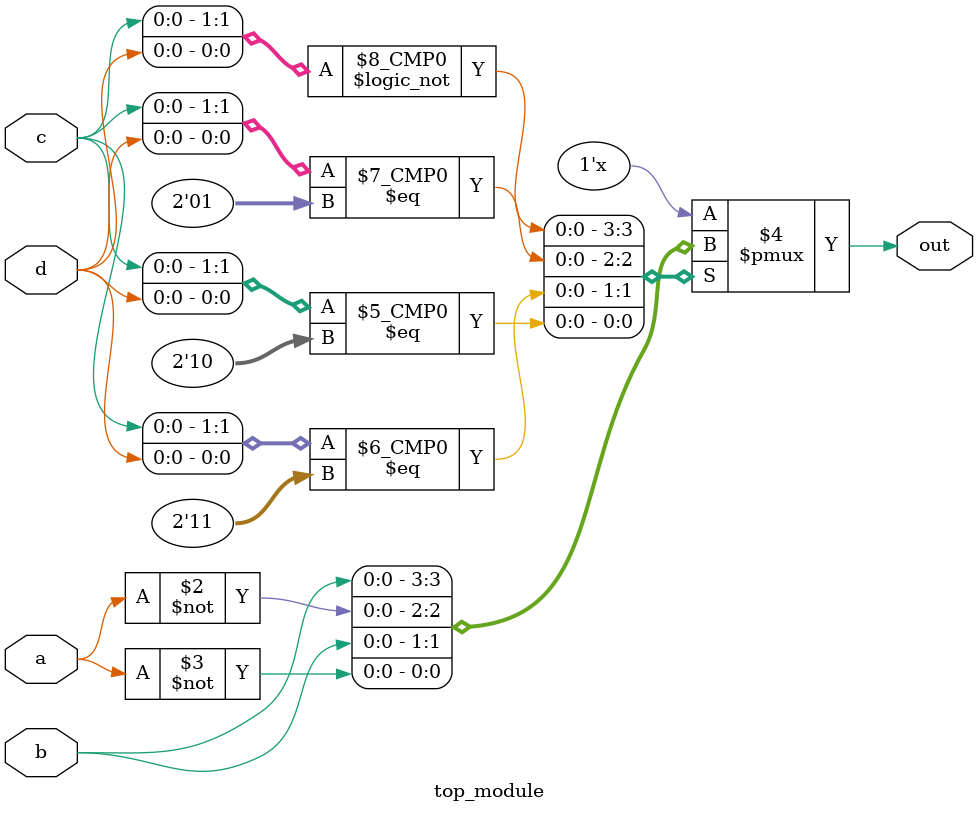
<source format=sv>
module top_module (
	input a, 
	input b,
	input c,
	input d,
	output reg out
);

always @(*) begin
    case ({c, d})
        2'b00: out = b;
        2'b01: out = ~a;
        2'b11: out = b;
        2'b10: out = ~a;
        default: out = 0; // Should never happen
    endcase
end

endmodule

</source>
